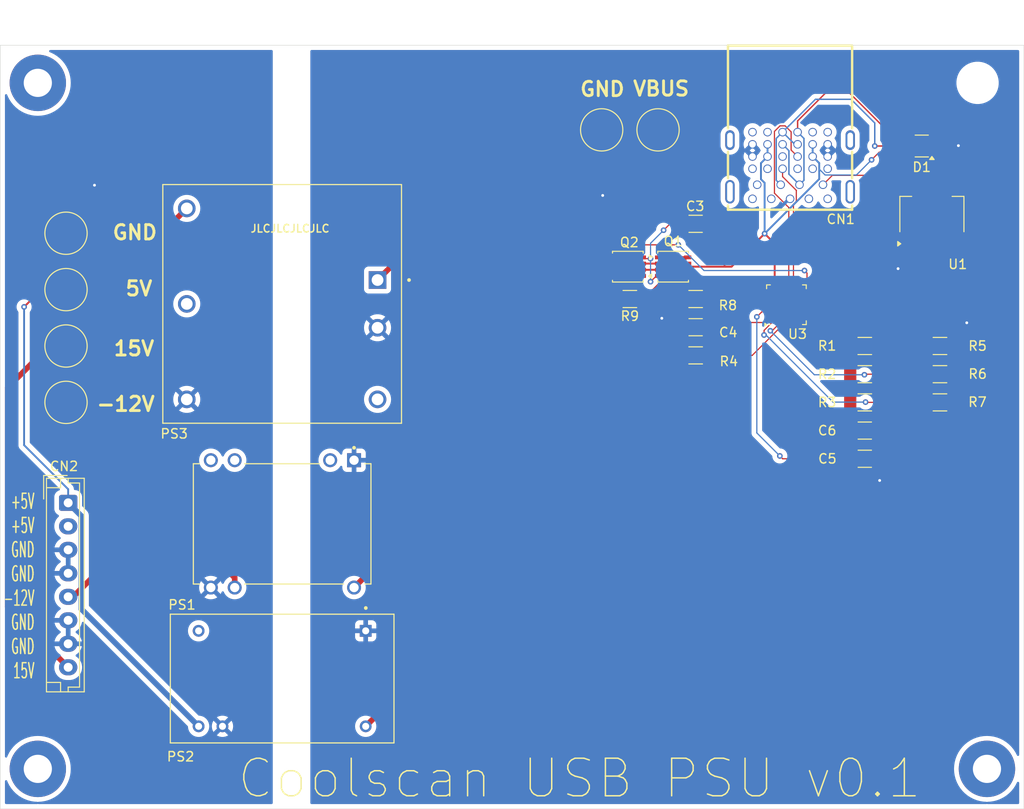
<source format=kicad_pcb>
(kicad_pcb (version 20240108) (generator "pcbnew") (generator_version "8.0")
  (layers (0 "F.Cu" signal "Front") (1 "In1.Cu" signal) (2 "In2.Cu" signal) (31 "B.Cu" signal "Back") (34 "B.Paste" user) (35 "F.Paste" user) (36 "B.SilkS" user "B.Silkscreen") (37 "F.SilkS" user "F.Silkscreen") (38 "B.Mask" user) (39 "F.Mask" user) (44 "Edge.Cuts" user))
  (net 0 "")
  (net 1 "GND")
  (net 2 "+5V")
  (net 3 "+15V")
  (net 4 "-12V")
  (net 5 "GND1")
  (net 6 "/USB PD Controller/VBUS_FET_EN")
  (net 7 "/USB Socket/USB-")
  (net 8 "/USB PD Controller/VBUS")
  (net 9 "/USB Socket/USB+")
  (net 10 "Net-(U3-VCCD)")
  (net 14 "+USBVOLTAGE")
  (net 17 "/USB PD Controller/VDDD")
  (net 18 "/USB PD Controller/ISNK_COARSE")
  (net 19 "/USB PD Controller/VBUS_MAX")
  (net 20 "/USB PD Controller/VBUS_MIN")
  (net 24 "Net-(Q1-S-Pad1)")
  (net 25 "Net-(U3-VBUS_FET_EN)")
  (net 26 "/USB Socket/USB_A_VBUS")
  (net 28 "/USB PD Controller/CC2")
  (net 33 "/USB PD Controller/CC1")
  (footprint "Resistor_SMD:R_1206_3216Metric_Pad1.30x1.75mm_HandSolder" (layer "F.Cu") (at 107 57 180)
    (property "Reference" "R9" (at 0 -1.82 0) (layer "F.SilkS"))
    (property "Value" "47KOhms ±1% 1/8W 0805 RoHS")
    (pad "1" smd roundrect (at -1.55 0 180) (size 1.3 1.75) (layers "F.Cu" "F.Paste" "F.Mask") (roundrect_rratio 0.192308) (net 6 "/USB PD Controller/VBUS_FET_EN"))
    (pad "2" smd roundrect (at 1.55 0 180) (size 1.3 1.75) (layers "F.Cu" "F.Paste" "F.Mask") (roundrect_rratio 0.192308) (net 24 "Net-(Q1-S-Pad1)"))
  )
  (footprint "Traco:TEL15-1211N" (layer "F.Cu") (at 70 97.39 90)
    (property "Reference" "PS2" (at -8.31 -10.81 180) (layer "F.SilkS"))
    (property "Value" "TEL_15-1211N (5V)")
    (pad "1" thru_hole rect (at 5.08 8.89 90) (size 1.258 1.258) (drill 0.75) (layers "*.Cu" "*.Mask") (net 1 "GND"))
    (pad "8" thru_hole circle (at 5.08 -8.89 90) (size 1.258 1.258) (drill 0.75) (layers "*.Cu" "*.Mask"))
    (pad "9" thru_hole circle (at -5.08 -8.89 90) (size 1.258 1.258) (drill 0.75) (layers "*.Cu" "*.Mask") (net 2 "+5V"))
    (pad "10" thru_hole circle (at -5.08 -6.35 90) (size 1.258 1.258) (drill 0.75) (layers "*.Cu" "*.Mask") (net 5 "GND1"))
    (pad "16" thru_hole circle (at -5.08 8.89 90) (size 1.258 1.258) (drill 0.75) (layers "*.Cu" "*.Mask") (net 14 "+USBVOLTAGE"))
  )
  (footprint "Resistor_SMD:R_1206_3216Metric_Pad1.30x1.75mm_HandSolder" (layer "F.Cu") (at 132 65)
    (property "Reference" "R2" (at -4.01 0 0) (layer "F.SilkS"))
    (property "Value" "5.1k 1206")
    (pad "1" smd roundrect (at -1.55 0) (size 1.3 1.75) (layers "F.Cu" "F.Paste" "F.Mask") (roundrect_rratio 0.192308) (net 17 "/USB PD Controller/VDDD"))
    (pad "2" smd roundrect (at 1.55 0) (size 1.3 1.75) (layers "F.Cu" "F.Paste" "F.Mask") (roundrect_rratio 0.192308) (net 19 "/USB PD Controller/VBUS_MAX"))
  )
  (footprint "TestPoint:TestPoint_Pad_D4.0mm" (layer "F.Cu") (at 110 39)
    (property "Reference" "TP5" (hide yes))
    (property "Value" "TestPoint")
    (pad "1" smd circle (at 0 0) (size 4 4) (layers "F.Cu" "F.Mask") (net 8 "/USB PD Controller/VBUS"))
  )
  (footprint "Resistor_SMD:R_1206_3216Metric_Pad1.30x1.75mm_HandSolder" (layer "F.Cu") (at 114 57)
    (property "Reference" "R8" (at 3.43 0.68 0) (layer "F.SilkS"))
    (property "Value" "10KOhms 1206")
    (pad "1" smd roundrect (at -1.55 0) (size 1.3 1.75) (layers "F.Cu" "F.Paste" "F.Mask") (roundrect_rratio 0.192308) (net 8 "/USB PD Controller/VBUS"))
    (pad "2" smd roundrect (at 1.55 0) (size 1.3 1.75) (layers "F.Cu" "F.Paste" "F.Mask") (roundrect_rratio 0.192308) (net 6 "/USB PD Controller/VBUS_FET_EN"))
  )
  (footprint "Capacitor_SMD:C_1206_3216Metric_Pad1.33x1.80mm_HandSolder" (layer "F.Cu") (at 132 71 180)
    (property "Reference" "C5" (at 3.98 -3 0) (layer "F.SilkS"))
    (property "Value" "1uF 50V 1206 RoHS")
    (pad "1" smd roundrect (at -1.5625 0 180) (size 1.325 1.8) (layers "F.Cu" "F.Paste" "F.Mask") (roundrect_rratio 0.188679) (net 1 "GND"))
    (pad "2" smd roundrect (at 1.5625 0 180) (size 1.325 1.8) (layers "F.Cu" "F.Paste" "F.Mask") (roundrect_rratio 0.188679) (net 17 "/USB PD Controller/VDDD"))
  )
  (footprint "Package_TO_SOT_SMD:SOT-223-3_TabPin2" (layer "F.Cu") (at 139.14 47.99 90)
    (property "Reference" "U1" (at -5.31 2.75 180) (layer "F.SilkS"))
    (property "Value" "NCP1117-5.0_SOT223")
    (pad "1" smd roundrect (at -3.15 -2.3 90) (size 2 1.5) (layers "F.Cu" "F.Paste" "F.Mask") (net 1 "GND"))
    (pad "2" smd roundrect (at -3.15 0 90) (size 2 1.5) (layers "F.Cu" "F.Paste" "F.Mask") (net 26 "/USB Socket/USB_A_VBUS"))
    (pad "2" smd roundrect (at 3.15 0 90) (size 2 3.8) (layers "F.Cu" "F.Paste" "F.Mask") (net 26 "/USB Socket/USB_A_VBUS"))
    (pad "3" smd roundrect (at -3.15 2.3 90) (size 2 1.5) (layers "F.Cu" "F.Paste" "F.Mask") (net 8 "/USB PD Controller/VBUS"))
  )
  (footprint "Traco:THL25-1213" (layer "F.Cu") (at 70 57.52 90)
    (property "Reference" "PS3" (at -13.82 -11.49 180) (layer "F.SilkS"))
    (property "Value" "THL_25-1213 (15V)")
    (pad "1" thru_hole rect (at 2.54 10.15 90) (size 1.875 1.875) (drill 1.25) (layers "*.Cu" "*.Mask") (net 14 "+USBVOLTAGE"))
    (pad "2" thru_hole circle (at -2.54 10.15 90) (size 1.875 1.875) (drill 1.25) (layers "*.Cu" "*.Mask") (net 1 "GND"))
    (pad "3" thru_hole circle (at 10.16 -10.15 90) (size 1.875 1.875) (drill 1.25) (layers "*.Cu" "*.Mask") (net 3 "+15V"))
    (pad "4" thru_hole circle (at 0 -10.15 90) (size 1.875 1.875) (drill 1.25) (layers "*.Cu" "*.Mask"))
    (pad "5" thru_hole circle (at -10.16 -10.15 90) (size 1.875 1.875) (drill 1.25) (layers "*.Cu" "*.Mask") (net 5 "GND1"))
    (pad "6" thru_hole circle (at -10.16 10.15 90) (size 1.875 1.875) (drill 1.25) (layers "*.Cu" "*.Mask"))
  )
  (footprint "Package_SO:Vishay_PowerPAK_1212-8_Single" (layer "F.Cu") (at 111.6025 53.56)
    (property "Reference" "Q1" (at 0 -2.7 0) (layer "F.SilkS"))
    (property "Value" "DMP3013SFV-7")
    (pad "1" smd rect (at -1.435 -0.99) (size 0.99 0.405) (layers "F.Cu" "F.Paste" "F.Mask") (net 24 "Net-(Q1-S-Pad1)"))
    (pad "2" smd rect (at -1.435 -0.33) (size 0.99 0.405) (layers "F.Cu" "F.Paste" "F.Mask") (net 24 "Net-(Q1-S-Pad1)"))
    (pad "3" smd rect (at -1.435 0.33) (size 0.99 0.405) (layers "F.Cu" "F.Paste" "F.Mask") (net 24 "Net-(Q1-S-Pad1)"))
    (pad "4" smd rect (at -1.435 0.99) (size 0.99 0.405) (layers "F.Cu" "F.Paste" "F.Mask") (net 6 "/USB PD Controller/VBUS_FET_EN"))
    (pad "5" smd custom (at 0.5575 0) (size 1.725 2.235) (layers "F.Cu" "F.Paste" "F.Mask") (net 8 "/USB PD Controller/VBUS") (options (clearance outline) (anchor rect)) (primitives (gr_poly (pts (xy 1.3725 -0.7875) (xy 0.8625 -0.7875) (xy 0.8625 -0.5325) (xy 1.3725 -0.5325) (xy 1.3725 -0.1275) (xy 0.8625 -0.1275) (xy 0.8625 0.1275) (xy 1.3725 0.1275) (xy 1.3725 0.5325) (xy 0.8625 0.5325) (xy 0.8625 0.7875) (xy 1.3725 0.7875) (xy 1.3725 1.195) (xy 0.6125 1.195) (xy 0.6125 -1.195) (xy 1.3725 -1.195)) (width 0) (fill yes))))
  )
  (footprint "Resistor_SMD:R_1206_3216Metric_Pad1.30x1.75mm_HandSolder" (layer "F.Cu") (at 140 65)
    (property "Reference" "R6" (at 4.01 -0.02 0) (layer "F.SilkS"))
    (property "Value" "5.1k 1206")
    (pad "1" smd roundrect (at -1.55 0) (size 1.3 1.75) (layers "F.Cu" "F.Paste" "F.Mask") (roundrect_rratio 0.192308) (net 19 "/USB PD Controller/VBUS_MAX"))
    (pad "2" smd roundrect (at 1.55 0) (size 1.3 1.75) (layers "F.Cu" "F.Paste" "F.Mask") (roundrect_rratio 0.192308) (net 1 "GND"))
  )
  (footprint "MountingHole:MountingHole_3mm_Pad" (layer "F.Cu") (at 44 107)
    (property "Reference" "H2" (hide yes))
    (property "Value" "MountingHole" (hide yes))
    (pad "1" thru_hole circle (at 0 0) (size 6 6) (drill 3) (layers "*.Cu" "*.Mask"))
  )
  (footprint "Traco:TDR2-1211" (layer "F.Cu") (at 70 80.93 -90)
    (property "Reference" "PS1" (at 8.61 10.66 180) (layer "F.SilkS"))
    (property "Value" "TDR_2-1212 (12V)")
    (pad "1" thru_hole rect (at -6.775 -7.65 270) (size 1.49 1.49) (drill 0.99) (layers "*.Cu" "*.Mask") (net 1 "GND"))
    (pad "2" thru_hole circle (at -6.775 -5.11 270) (size 1.49 1.49) (drill 0.99) (layers "*.Cu" "*.Mask"))
    (pad "6" thru_hole circle (at -6.775 5.05 270) (size 1.49 1.49) (drill 0.99) (layers "*.Cu" "*.Mask"))
    (pad "7" thru_hole circle (at -6.775 7.59 270) (size 1.49 1.49) (drill 0.99) (layers "*.Cu" "*.Mask"))
    (pad "8" thru_hole circle (at 6.775 7.59 270) (size 1.49 1.49) (drill 0.99) (layers "*.Cu" "*.Mask") (net 5 "GND1"))
    (pad "9" thru_hole circle (at 6.775 5.05 270) (size 1.49 1.49) (drill 0.99) (layers "*.Cu" "*.Mask") (net 4 "-12V"))
    (pad "14" thru_hole circle (at 6.775 -7.65 270) (size 1.49 1.49) (drill 0.99) (layers "*.Cu" "*.Mask") (net 14 "+USBVOLTAGE"))
  )
  (footprint "MountingHole:MountingHole_3mm_Pad" (layer "F.Cu") (at 44 34)
    (property "Reference" "H1" (hide yes))
    (property "Value" "MountingHole" (hide yes))
    (pad "1" thru_hole circle (at 0 0) (size 6 6) (drill 3) (layers "*.Cu" "*.Mask"))
  )
  (footprint "Package_TO_SOT_SMD:SOT-363_SC-70-6_Handsoldering" (layer "F.Cu") (at 138.06 40.72 180)
    (property "Reference" "D1" (at 0 -2.25 0) (layer "F.SilkS"))
    (property "Value" "SMF05CT1G")
    (pad "1" smd roundrect (at -1.33 -0.65 180) (size 1.5 0.4) (layers "F.Cu" "F.Paste" "F.Mask"))
    (pad "2" smd roundrect (at -1.33 0 180) (size 1.5 0.4) (layers "F.Cu" "F.Paste" "F.Mask") (net 1 "GND"))
    (pad "3" smd roundrect (at -1.33 0.65 180) (size 1.5 0.4) (layers "F.Cu" "F.Paste" "F.Mask"))
    (pad "4" smd roundrect (at 1.33 0.65 180) (size 1.5 0.4) (layers "F.Cu" "F.Paste" "F.Mask") (net 7 "/USB Socket/USB-"))
    (pad "5" smd roundrect (at 1.33 0 180) (size 1.5 0.4) (layers "F.Cu" "F.Paste" "F.Mask") (net 9 "/USB Socket/USB+"))
    (pad "6" smd roundrect (at 1.33 -0.65 180) (size 1.5 0.4) (layers "F.Cu" "F.Paste" "F.Mask") (net 8 "/USB PD Controller/VBUS"))
  )
  (footprint "Capacitor_SMD:C_1206_3216Metric_Pad1.33x1.80mm_HandSolder" (layer "F.Cu") (at 114 60)
    (property "Reference" "C4" (at 3.47 0.56 0) (layer "F.SilkS"))
    (property "Value" "1uF 50V 1206 RoHS")
    (pad "1" smd roundrect (at -1.5625 0) (size 1.325 1.8) (layers "F.Cu" "F.Paste" "F.Mask") (roundrect_rratio 0.188679) (net 1 "GND"))
    (pad "2" smd roundrect (at 1.5625 0) (size 1.325 1.8) (layers "F.Cu" "F.Paste" "F.Mask") (roundrect_rratio 0.188679) (net 10 "Net-(U3-VCCD)"))
  )
  (footprint "MountingHole:MountingHole_3mm_Pad" (layer "F.Cu") (at 145 107)
    (property "Reference" "H3" (hide yes))
    (property "Value" "MountingHole" (hide yes))
    (pad "1" thru_hole circle (at 0 0) (size 6 6) (drill 3) (layers "*.Cu" "*.Mask"))
  )
  (footprint "Resistor_SMD:R_1206_3216Metric_Pad1.30x1.75mm_HandSolder" (layer "F.Cu") (at 140 62)
    (property "Reference" "R5" (at 4 0 0) (layer "F.SilkS"))
    (property "Value" "10k 1206")
    (pad "1" smd roundrect (at -1.55 0) (size 1.3 1.75) (layers "F.Cu" "F.Paste" "F.Mask") (roundrect_rratio 0.192308) (net 18 "/USB PD Controller/ISNK_COARSE"))
    (pad "2" smd roundrect (at 1.55 0) (size 1.3 1.75) (layers "F.Cu" "F.Paste" "F.Mask") (roundrect_rratio 0.192308) (net 1 "GND"))
  )
  (footprint "Capacitor_SMD:C_1206_3216Metric_Pad1.33x1.80mm_HandSolder" (layer "F.Cu") (at 114 49 180)
    (property "Reference" "C3" (at 0.05 1.87 0) (layer "F.SilkS"))
    (property "Value" "1uF 50V 1206 RoHS")
    (pad "1" smd roundrect (at -1.5625 0 180) (size 1.325 1.8) (layers "F.Cu" "F.Paste" "F.Mask") (roundrect_rratio 0.188679) (net 8 "/USB PD Controller/VBUS"))
    (pad "2" smd roundrect (at 1.5625 0 180) (size 1.325 1.8) (layers "F.Cu" "F.Paste" "F.Mask") (roundrect_rratio 0.188679) (net 6 "/USB PD Controller/VBUS_FET_EN"))
  )
  (footprint "MountingHole:MountingHole_4mm" (layer "F.Cu") (at 144 34)
    (property "Reference" "H4" (hide yes))
    (property "Value" "MountingHole" (hide yes))
    (pad "" np_thru_hole circle (at 0 0) (size 4 4) (drill 4) (layers "*.Cu" "*.Mask"))
  )
  (footprint "TestPoint:TestPoint_Pad_D4.0mm" (layer "F.Cu") (at 104 39)
    (property "Reference" "TP6" (hide yes))
    (property "Value" "TestPoint")
    (pad "1" smd circle (at 0 0) (size 4 4) (layers "F.Cu" "F.Mask") (net 1 "GND"))
  )
  (footprint "Resistor_SMD:R_1206_3216Metric_Pad1.30x1.75mm_HandSolder" (layer "F.Cu") (at 140 68)
    (property "Reference" "R7" (at 3.99 -0.03 0) (layer "F.SilkS"))
    (property "Value" "2.4k 1206")
    (pad "1" smd roundrect (at -1.55 0) (size 1.3 1.75) (layers "F.Cu" "F.Paste" "F.Mask") (roundrect_rratio 0.192308) (net 20 "/USB PD Controller/VBUS_MIN"))
    (pad "2" smd roundrect (at 1.55 0) (size 1.3 1.75) (layers "F.Cu" "F.Paste" "F.Mask") (roundrect_rratio 0.192308) (net 1 "GND"))
  )
  (footprint "Connector_JST:JST_EH_B8B-EH-A_1x08_P2.50mm_Vertical" (layer "F.Cu") (at 47.23 78.69 -90)
    (property "Reference" "CN2" (at -3.89 0.44 180) (layer "F.SilkS"))
    (property "Value" "Power Out")
    (pad "1" thru_hole roundrect (at 0 0 270) (size 1.7 1.95) (drill 0.95) (layers "*.Cu" "*.Mask") (roundrect_rratio 0.147059) (net 2 "+5V"))
    (pad "2" thru_hole oval (at 2.5 0 270) (size 1.7 1.95) (drill 0.95) (layers "*.Cu" "*.Mask") (net 2 "+5V"))
    (pad "3" thru_hole oval (at 5 0 270) (size 1.7 1.95) (drill 0.95) (layers "*.Cu" "*.Mask") (net 5 "GND1"))
    (pad "4" thru_hole oval (at 7.5 0 270) (size 1.7 1.95) (drill 0.95) (layers "*.Cu" "*.Mask") (net 5 "GND1"))
    (pad "5" thru_hole oval (at 10 0 270) (size 1.7 1.95) (drill 0.95) (layers "*.Cu" "*.Mask") (net 4 "-12V"))
    (pad "6" thru_hole oval (at 12.5 0 270) (size 1.7 1.95) (drill 0.95) (layers "*.Cu" "*.Mask") (net 5 "GND1"))
    (pad "7" thru_hole oval (at 15 0 270) (size 1.7 1.95) (drill 0.95) (layers "*.Cu" "*.Mask") (net 5 "GND1"))
    (pad "8" thru_hole oval (at 17.5 0 270) (size 1.7 1.95) (drill 0.95) (layers "*.Cu" "*.Mask") (net 3 "+15V"))
  )
  (footprint "Resistor_SMD:R_1206_3216Metric_Pad1.30x1.75mm_HandSolder" (layer "F.Cu") (at 132 68)
    (property "Reference" "R3" (at -4.01 0 0) (layer "F.SilkS"))
    (property "Value" "5.1k 1206")
    (pad "1" smd roundrect (at -1.55 0) (size 1.3 1.75) (layers "F.Cu" "F.Paste" "F.Mask") (roundrect_rratio 0.192308) (net 17 "/USB PD Controller/VDDD"))
    (pad "2" smd roundrect (at 1.55 0) (size 1.3 1.75) (layers "F.Cu" "F.Paste" "F.Mask") (roundrect_rratio 0.192308) (net 20 "/USB PD Controller/VBUS_MIN"))
  )
  (footprint "Resistor_SMD:R_1206_3216Metric_Pad1.30x1.75mm_HandSolder" (layer "F.Cu") (at 114 63)
    (property "Reference" "R4" (at 3.53 0.64 0) (layer "F.SilkS"))
    (property "Value" "1KOhms ±1% 1/4W 1206 RoHS")
    (pad "1" smd roundrect (at -1.55 0) (size 1.3 1.75) (layers "F.Cu" "F.Paste" "F.Mask") (roundrect_rratio 0.192308) (net 6 "/USB PD Controller/VBUS_FET_EN"))
    (pad "2" smd roundrect (at 1.55 0) (size 1.3 1.75) (layers "F.Cu" "F.Paste" "F.Mask") (roundrect_rratio 0.192308) (net 25 "Net-(U3-VBUS_FET_EN)"))
  )
  (footprint "USBC-Connectors:USB-C-TH_GT-USB-7106A" (layer "F.Cu") (at 124.049873 42.790038 180)
    (property "Reference" "CN1" (at -5.390127 -5.719962 0) (layer "F.SilkS"))
    (property "Value" "GT-USB-7106A")
    (pad "1" thru_hole circle (at -3.5 -2.049911 180) (size 0.9 0.9) (drill 0.700025) (layers "*.Cu" "*.Mask") (net 26 "/USB Socket/USB_A_VBUS"))
    (pad "2" thru_hole circle (at -1.000127 -2.049911 180) (size 0.9 0.9) (drill 0.700025) (layers "*.Cu" "*.Mask") (net 7 "/USB Socket/USB-"))
    (pad "3" thru_hole circle (at 0.999873 -2.049911 180) (size 0.9 0.9) (drill 0.700025) (layers "*.Cu" "*.Mask") (net 9 "/USB Socket/USB+"))
    (pad "4" thru_hole circle (at 3.5 -2.049911 180) (size 0.9 0.9) (drill 0.700025) (layers "*.Cu" "*.Mask") (net 1 "GND"))
    (pad "5" thru_hole circle (at 3.999873 -3.550038 180) (size 0.9 0.9) (drill 0.700025) (layers "*.Cu" "*.Mask"))
    (pad "6" thru_hole circle (at 1.999873 -3.550038 180) (size 0.9 0.9) (drill 0.700025) (layers "*.Cu" "*.Mask"))
    (pad "7" thru_hole circle (at -0.000127 -3.550038 180) (size 0.9 0.9) (drill 0.700025) (layers "*.Cu" "*.Mask") (net 1 "GND"))
    (pad "8" thru_hole circle (at -2.000127 -3.550038 180) (size 0.9 0.9) (drill 0.700025) (layers "*.Cu" "*.Mask"))
    (pad "9" thru_hole circle (at -4.000127 -3.550038 180) (size 0.9 0.9) (drill 0.700025) (layers "*.Cu" "*.Mask"))
    (pad "38" thru_hole oval (at 6.399924 -2.799975) (size 1 2.5) (drill oval 0.6 2.1) (layers "*.Cu" "*.Mask"))
    (pad "39" thru_hole oval (at 6.399924 2.699898) (size 1 2.1) (drill oval 0.6 1.6) (layers "*.Cu" "*.Mask"))
    (pad "40" thru_hole oval (at -6.399924 2.699898) (size 1 2.1) (drill oval 0.6 1.6) (layers "*.Cu" "*.Mask"))
    (pad "41" thru_hole oval (at -6.399924 -2.799975) (size 1 2.5) (drill oval 0.6 2.1) (layers "*.Cu" "*.Mask"))
    (pad "A1" thru_hole circle (at -4.000127 2.250064 180) (size 0.9 0.9) (drill 0.700025) (layers "*.Cu" "*.Mask") (net 1 "GND"))
    (pad "A2" thru_hole circle (at -4.000127 3.550038 180) (size 0.9 0.9) (drill 0.700025) (layers "*.Cu" "*.Mask"))
    (pad "A3" thru_hole circle (at -2.399924 3.550038 180) (size 0.9 0.9) (drill 0.700025) (layers "*.Cu" "*.Mask"))
    (pad "A4" thru_hole circle (at -2.399924 2.250064 180) (size 0.9 0.9) (drill 0.700025) (layers "*.Cu" "*.Mask") (net 8 "/USB PD Controller/VBUS"))
    (pad "A5" thru_hole circle (at -0.799975 0.950089 180) (size 0.9 0.9) (drill 0.700025) (layers "*.Cu" "*.Mask") (net 33 "/USB PD Controller/CC1"))
    (pad "A6" thru_hole circle (at -0.799975 2.250064 180) (size 0.9 0.9) (drill 0.700025) (layers "*.Cu" "*.Mask") (net 9 "/USB Socket/USB+"))
    (pad "A7" thru_hole circle (at 0.799975 2.250064 180) (size 0.9 0.9) (drill 0.700025) (layers "*.Cu" "*.Mask") (net 7 "/USB Socket/USB-"))
    (pad "A8" thru_hole circle (at 0.799975 0.950089 180) (size 0.9 0.9) (drill 0.700025) (layers "*.Cu" "*.Mask"))
    (pad "A9" thru_hole circle (at 2.399924 2.250064 180) (size 0.9 0.9) (drill 0.700025) (layers "*.Cu" "*.Mask") (net 8 "/USB PD Controller/VBUS"))
    (pad "A10" thru_hole circle (at 2.399924 3.550038 180) (size 0.9 0.9) (drill 0.700025) (layers "*.Cu" "*.Mask"))
    (pad "A11" thru_hole circle (at 3.999873 3.550038 180) (size 0.9 0.9) (drill 0.700025) (layers "*.Cu" "*.Mask"))
    (pad "A12" thru_hole circle (at 3.999873 2.250064 180) (size 0.9 0.9) (drill 0.700025) (layers "*.Cu" "*.Mask") (net 1 "GND"))
    (pad "B1" thru_hole circle (at 3.999873 0.950089 180) (size 0.9 0.9) (drill 0.700025) (layers "*.Cu" "*.Mask") (net 1 "GND"))
    (pad "B2" thru_hole circle (at 3.999873 -0.35014 180) (size 0.9 0.9) (drill 0.700025) (layers "*.Cu" "*.Mask"))
    (pad "B3" thru_hole circle (at 2.399924 -0.35014 180) (size 0.9 0.9) (drill 0.700025) (layers "*.Cu" "*.Mask"))
    (pad "B4" thru_hole circle (at 2.399924 0.950089 180) (size 0.9 0.9) (drill 0.700025) (layers "*.Cu" "*.Mask") (net 8 "/USB PD Controller/VBUS"))
    (pad "B5" thru_hole circle (at 0.799975 -0.35014 180) (size 0.9 0.9) (drill 0.700025) (layers "*.Cu" "*.Mask") (net 28 "/USB PD Controller/CC2"))
    (pad "B6" thru_hole circle (at 0.799975 3.550038 180) (size 0.9 0.9) (drill 0.700025) (layers "*.Cu" "*.Mask") (net 9 "/USB Socket/USB+"))
    (pad "B7" thru_hole circle (at -0.799975 3.550038 180) (size 0.9 0.9) (drill 0.700025) (layers "*.Cu" "*.Mask") (net 7 "/USB Socket/USB-"))
    (pad "B8" thru_hole circle (at -0.799975 -0.35014 180) (size 0.9 0.9) (drill 0.700025) (layers "*.Cu" "*.Mask"))
    (pad "B9" thru_hole circle (at -2.399924 0.950089 180) (size 0.9 0.9) (drill 0.700025) (layers "*.Cu" "*.Mask") (net 8 "/USB PD Controller/VBUS"))
    (pad "B10" thru_hole circle (at -2.399924 -0.35014 180) (size 0.9 0.9) (drill 0.700025) (layers "*.Cu" "*.Mask"))
    (pad "B11" thru_hole circle (at -4.000127 -0.35014 180) (size 0.9 0.9) (drill 0.700025) (layers "*.Cu" "*.Mask"))
    (pad "B12" thru_hole circle (at -4.000127 0.950089 180) (size 0.9 0.9) (drill 0.700025) (layers "*.Cu" "*.Mask") (net 1 "GND"))
  )
  (footprint "Package_DFN_QFN:TQFN-24-1EP_4x4mm_P0.5mm_EP2.8x2.8mm_PullBack" (layer "F.Cu") (at 123.66 57.61 90)
    (property "Reference" "U3" (at -3.12 1.18 180) (layer "F.SilkS"))
    (property "Value" "CYPD3177-24LQXQ")
    (pad "1" smd roundrect (at -1.8 -1.25 90) (size 0.4 0.4) (layers "F.Cu" "F.Paste" "F.Mask") (net 20 "/USB PD Controller/VBUS_MIN"))
    (pad "2" smd roundrect (at -1.8 -0.75 90) (size 0.4 0.4) (layers "F.Cu" "F.Paste" "F.Mask") (net 19 "/USB PD Controller/VBUS_MAX"))
    (pad "3" smd roundrect (at -1.8 -0.25 90) (size 0.4 0.4) (layers "F.Cu" "F.Paste" "F.Mask") (net 25 "Net-(U3-VBUS_FET_EN)"))
    (pad "4" smd roundrect (at -1.8 0.25 90) (size 0.4 0.4) (layers "F.Cu" "F.Paste" "F.Mask"))
    (pad "5" smd roundrect (at -1.8 0.75 90) (size 0.4 0.4) (layers "F.Cu" "F.Paste" "F.Mask") (net 18 "/USB PD Controller/ISNK_COARSE"))
    (pad "6" smd roundrect (at -1.8 1.25 90) (size 0.4 0.4) (layers "F.Cu" "F.Paste" "F.Mask") (net 1 "GND"))
    (pad "7" smd roundrect (at -1.25 1.8 90) (size 0.4 0.4) (layers "F.Cu" "F.Paste" "F.Mask"))
    (pad "8" smd roundrect (at -0.75 1.8 90) (size 0.4 0.4) (layers "F.Cu" "F.Paste" "F.Mask"))
    (pad "9" smd roundrect (at -0.25 1.8 90) (size 0.4 0.4) (layers "F.Cu" "F.Paste" "F.Mask"))
    (pad "10" smd roundrect (at 0.25 1.8 90) (size 0.4 0.4) (layers "F.Cu" "F.Paste" "F.Mask"))
    (pad "11" smd roundrect (at 0.75 1.8 90) (size 0.4 0.4) (layers "F.Cu" "F.Paste" "F.Mask") (net 14 "+USBVOLTAGE"))
    (pad "12" smd roundrect (at 1.25 1.8 90) (size 0.4 0.4) (layers "F.Cu" "F.Paste" "F.Mask"))
    (pad "13" smd roundrect (at 1.8 1.25 90) (size 0.4 0.4) (layers "F.Cu" "F.Paste" "F.Mask"))
    (pad "14" smd roundrect (at 1.8 0.75 90) (size 0.4 0.4) (layers "F.Cu" "F.Paste" "F.Mask") (net 28 "/USB PD Controller/CC2"))
    (pad "15" smd roundrect (at 1.8 0.25 90) (size 0.4 0.4) (layers "F.Cu" "F.Paste" "F.Mask") (net 33 "/USB PD Controller/CC1"))
    (pad "16" smd roundrect (at 1.8 -0.25 90) (size 0.4 0.4) (layers "F.Cu" "F.Paste" "F.Mask"))
    (pad "17" smd roundrect (at 1.8 -0.75 90) (size 0.4 0.4) (layers "F.Cu" "F.Paste" "F.Mask"))
    (pad "18" smd roundrect (at 1.8 -1.25 90) (size 0.4 0.4) (layers "F.Cu" "F.Paste" "F.Mask") (net 8 "/USB PD Controller/VBUS"))
    (pad "19" smd roundrect (at 1.25 -1.8 90) (size 0.4 0.4) (layers "F.Cu" "F.Paste" "F.Mask") (net 1 "GND"))
    (pad "20" smd roundrect (at 0.75 -1.8 90) (size 0.4 0.4) (layers "F.Cu" "F.Paste" "F.Mask"))
    (pad "21" smd roundrect (at 0.25 -1.8 90) (size 0.4 0.4) (layers "F.Cu" "F.Paste" "F.Mask"))
    (pad "22" smd roundrect (at -0.25 -1.8 90) (size 0.4 0.4) (layers "F.Cu" "F.Paste" "F.Mask") (net 1 "GND"))
    (pad "23" smd roundrect (at -0.75 -1.8 90) (size 0.4 0.4) (layers "F.Cu" "F.Paste" "F.Mask") (net 17 "/USB PD Controller/VDDD"))
    (pad "24" smd roundrect (at -1.25 -1.8 90) (size 0.4 0.4) (layers "F.Cu" "F.Paste" "F.Mask") (net 10 "Net-(U3-VCCD)"))
    (pad "25" smd rect (at 0 0 90) (size 2.8 2.8) (property pad_prop_heatsink) (layers "F.Cu" "F.Mask") (net 1 "GND"))
  )
  (footprint "TestPoint:TestPoint_Pad_D4.0mm" (layer "F.Cu") (at 47 68)
    (property "Reference" "TP4" (hide yes))
    (property "Value" "TestPoint")
    (pad "1" smd circle (at 0 0) (size 4 4) (layers "F.Cu" "F.Mask") (net 4 "-12V"))
  )
  (footprint "TestPoint:TestPoint_Pad_D4.0mm" (layer "F.Cu") (at 47 56)
    (property "Reference" "TP2" (hide yes))
    (property "Value" "TestPoint")
    (pad "1" smd circle (at 0 0) (size 4 4) (layers "F.Cu" "F.Mask") (net 2 "+5V"))
  )
  (footprint "Package_SO:Vishay_PowerPAK_1212-8_Single" (layer "F.Cu") (at 106.7875 53.56 180)
    (property "Reference" "Q2" (at -0.1525 2.58 0) (layer "F.SilkS"))
    (property "Value" "DMP3013SFV-7")
    (pad "1" smd rect (at -1.435 -0.99 180) (size 0.99 0.405) (layers "F.Cu" "F.Paste" "F.Mask") (net 24 "Net-(Q1-S-Pad1)"))
    (pad "2" smd rect (at -1.435 -0.33 180) (size 0.99 0.405) (layers "F.Cu" "F.Paste" "F.Mask") (net 24 "Net-(Q1-S-Pad1)"))
    (pad "3" smd rect (at -1.435 0.33 180) (size 0.99 0.405) (layers "F.Cu" "F.Paste" "F.Mask") (net 24 "Net-(Q1-S-Pad1)"))
    (pad "4" smd rect (at -1.435 0.99 180) (size 0.99 0.405) (layers "F.Cu" "F.Paste" "F.Mask") (net 6 "/USB PD Controller/VBUS_FET_EN"))
    (pad "5" smd custom (at 0.5575 0 180) (size 1.725 2.235) (layers "F.Cu" "F.Paste" "F.Mask") (net 14 "+USBVOLTAGE") (options (clearance outline) (anchor rect)) (primitives (gr_poly (pts (xy 1.3725 -0.7875) (xy 0.8625 -0.7875) (xy 0.8625 -0.5325) (xy 1.3725 -0.5325) (xy 1.3725 -0.1275) (xy 0.8625 -0.1275) (xy 0.8625 0.1275) (xy 1.3725 0.1275) (xy 1.3725 0.5325) (xy 0.8625 0.5325) (xy 0.8625 0.7875) (xy 1.3725 0.7875) (xy 1.3725 1.195) (xy 0.6125 1.195) (xy 0.6125 -1.195) (xy 1.3725 -1.195)) (width 0) (fill yes))))
  )
  (footprint "TestPoint:TestPoint_Pad_D4.0mm" (layer "F.Cu") (at 47 62)
    (property "Reference" "TP3" (hide yes))
    (property "Value" "TestPoint")
    (pad "1" smd circle (at 0 0) (size 4 4) (layers "F.Cu" "F.Mask") (net 3 "+15V"))
  )
  (footprint "Resistor_SMD:R_1206_3216Metric_Pad1.30x1.75mm_HandSolder" (layer "F.Cu") (at 132 62)
    (property "Reference" "R1" (at -4.01 -0.02 0) (layer "F.SilkS"))
    (property "Value" "5.1k 1206")
    (pad "1" smd roundrect (at -1.55 0) (size 1.3 1.75) (layers "F.Cu" "F.Paste" "F.Mask") (roundrect_rratio 0.192308) (net 17 "/USB PD Controller/VDDD"))
    (pad "2" smd roundrect (at 1.55 0) (size 1.3 1.75) (layers "F.Cu" "F.Paste" "F.Mask") (roundrect_rratio 0.192308) (net 18 "/USB PD Controller/ISNK_COARSE"))
  )
  (footprint "Capacitor_SMD:C_1206_3216Metric_Pad1.33x1.80mm_HandSolder" (layer "F.Cu") (at 132 74)
    (property "Reference" "C6" (at -4 -3 0) (layer "F.SilkS"))
    (property "Value" "100nF 50V 1206 RoHS")
    (pad "1" smd roundrect (at -1.5625 0) (size 1.325 1.8) (layers "F.Cu" "F.Paste" "F.Mask") (roundrect_rratio 0.188679) (net 17 "/USB PD Controller/VDDD"))
    (pad "2" smd roundrect (at 1.5625 0) (size 1.325 1.8) (layers "F.Cu" "F.Paste" "F.Mask") (roundrect_rratio 0.188679) (net 1 "GND"))
  )
  (footprint "TestPoint:TestPoint_Pad_D4.0mm" (layer "F.Cu") (at 47 50)
    (property "Reference" "TP1" (hide yes))
    (property "Value" "TestPoint")
    (pad "1" smd circle (at 0 0) (size 4 4) (layers "F.Cu" "F.Mask") (net 5 "GND1"))
  )
  (gr_rect (start 40 30) (end 148.93 111.25) (stroke (width 0.05)) (fill none) (layer "Edge.Cuts"))
  (gr_text "JLCJLCJLCJLC" (at 66.56 49.98 0) (layer "F.SilkS") (effects (font (size 0.8128 0.8128) (thickness 0.1524) (bold yes)) (justify left bottom)))
  (gr_text "15V" (at 51.93 63.16 0) (layer "F.SilkS") (effects (font (size 1.524 1.524) (thickness 0.3048) (bold yes)) (justify left bottom)))
  (gr_text "VBUS" (at 107.19 35.51 0) (layer "F.SilkS") (effects (font (size 1.524 1.524) (thickness 0.3048) (bold yes)) (justify left bottom)))
  (gr_text "GND" (at 101.55 35.56 0) (layer "F.SilkS") (effects (font (size 1.524 1.524) (thickness 0.3048) (bold yes)) (justify left bottom)))
  (gr_text "-12V" (at 50.1 69.07 0) (layer "F.SilkS") (effects (font (size 1.524 1.524) (thickness 0.3048) (bold yes)) (justify left bottom)))
  (gr_text "Coolscan USB PSU v0.1" (at 65.06 110.36 0) (layer "F.SilkS") (effects (font (size 4 4) (thickness 0.1524) (bold yes)) (justify left bottom)))
  (gr_text "5V" (at 53.18 56.78 0) (layer "F.SilkS") (effects (font (size 1.524 1.524) (thickness 0.3048) (bold yes)) (justify left bottom)))
  (gr_text "GND" (at 51.8 50.81 0) (layer "F.SilkS") (effects (font (size 1.524 1.524) (thickness 0.3048) (bold yes)) (justify left bottom)))
  (gr_text "+5V\n+5V\nGND\nGND\n-12V\nGND\nGND\n15V" (at 43.74 97.5 0) (layer "F.SilkS") (effects (font (size 1.6 0.8128) (thickness 0.1524) (bold yes)) (justify right bottom)))
  (segment (start 133.5625 71) (end 133.5625 74) (width 0.127) (layer "F.Cu") (net 1))
  (segment (start 136.84 52.47) (end 135.54 53.77) (width 0.127) (layer "F.Cu") (net 1))
  (segment (start 133.5625 76.2925) (end 133.58 76.31) (width 0.127) (layer "F.Cu") (net 1))
  (segment (start 104.11 40.06) (end 104.11 45.98) (width 0.2) (layer "F.Cu") (net 1))
  (segment (start 141.55 60.83) (end 142.85 59.53) (width 0.127) (layer "F.Cu") (net 1))
  (segment (start 111.35 60) (end 110.4 59.05) (width 0.127) (layer "F.Cu") (net 1))
  (segment (start 136.84 51.14) (end 136.84 52.47) (width 0.127) (layer "F.Cu") (net 1))
  (segment (start 112.4375 60) (end 111.35 60) (width 0.127) (layer "F.Cu") (net 1))
  (segment (start 141.55 62) (end 141.55 60.83) (width 0.127) (layer "F.Cu") (net 1))
  (segment (start 138.55 71) (end 133.5625 71) (width 0.127) (layer "F.Cu") (net 1))
  (segment (start 141.55 62) (end 141.55 68) (width 0.127) (layer "F.Cu") (net 1))
  (segment (start 139.39 40.72) (end 141.92 40.72) (width 0.127) (layer "F.Cu") (net 1))
  (segment (start 133.5625 74) (end 133.5625 76.2925) (width 0.127) (layer "F.Cu") (net 1))
  (segment (start 141.55 68) (end 138.55 71) (width 0.127) (layer "F.Cu") (net 1))
  (segment (start 141.92 40.72) (end 141.96 40.68) (width 0.127) (layer "F.Cu") (net 1))
  (via (at 110.4 59.05) (size 0.6) (drill 0.3) (layers "F.Cu" "B.Cu") (net 1))
  (via (at 104.11 45.98) (size 0.6) (drill 0.3) (layers "F.Cu" "B.Cu") (net 1))
  (via (at 135.54 53.77) (size 0.6) (drill 0.3) (layers "F.Cu" "B.Cu") (net 1))
  (via (at 133.58 76.31) (size 0.6) (drill 0.3) (layers "F.Cu" "B.Cu") (net 1))
  (via (at 141.96 40.68) (size 0.6) (drill 0.3) (layers "F.Cu" "B.Cu") (net 1))
  (via (at 142.85 59.53) (size 0.6) (drill 0.3) (layers "F.Cu" "B.Cu") (net 1))
  (segment (start 44.38 56) (end 42.54 57.84) (width 0.2) (layer "F.Cu") (net 2))
  (segment (start 47 56) (end 44.38 56) (width 0.2) (layer "F.Cu") (net 2))
  (via (at 42.54 57.84) (size 0.6) (drill 0.3) (layers "F.Cu" "B.Cu") (net 2))
  (segment (start 48.632 89.992) (end 61.11 102.47) (width 0.6) (layer "B.Cu") (net 2))
  (segment (start 42.54 72.55) (end 47.23 77.24) (width 0.2) (layer "B.Cu") (net 2))
  (segment (start 47.23 78.69) (end 48.632 80.092) (width 0.6) (layer "B.Cu") (net 2))
  (segment (start 47.23 77.24) (end 47.23 78.69) (width 0.2) (layer "B.Cu") (net 2))
  (segment (start 48.632 80.092) (end 48.632 89.992) (width 0.6) (layer "B.Cu") (net 2))
  (segment (start 42.54 57.84) (end 42.54 72.55) (width 0.2) (layer "B.Cu") (net 2))
  (segment (start 40.8 89.76) (end 47.23 96.19) (width 0.6) (layer "F.Cu") (net 3))
  (segment (start 40.8 66.41) (end 40.8 89.76) (width 0.6) (layer "F.Cu") (net 3))
  (segment (start 59.85 47.36) (end 40.8 66.41) (width 0.6) (layer "F.Cu") (net 3))
  (segment (start 53.84 84.25) (end 52.19 84.25) (width 0.6) (layer "F.Cu") (net 4))
  (segment (start 47.75 88.69) (end 47.23 88.69) (width 0.6) (layer "F.Cu") (net 4))
  (segment (start 64.95 86.65) (end 62.55 84.25) (width 0.6) (layer "F.Cu") (net 4))
  (segment (start 53.84 74.84) (end 53.84 84.25) (width 0.15) (layer "F.Cu") (net 4))
  (segment (start 52.19 84.25) (end 47.75 88.69) (width 0.6) (layer "F.Cu") (net 4))
  (segment (start 62.55 84.25) (end 53.84 84.25) (width 0.6) (layer "F.Cu") (net 4))
  (segment (start 64.95 87.705) (end 64.95 86.65) (width 0.6) (layer "F.Cu") (net 4))
  (segment (start 47 68) (end 53.84 74.84) (width 0.15) (layer "F.Cu") (net 4))
  (segment (start 47 50) (end 50.03 46.97) (width 0.2) (layer "F.Cu") (net 5))
  (segment (start 50.03 46.97) (end 50.03 44.89) (width 0.2) (layer "F.Cu") (net 5))
  (via (at 50.03 44.89) (size 0.6) (drill 0.3) (layers "F.Cu" "B.Cu") (net 5))
  (segment (start 111.27 49) (end 112.4375 49) (width 0.127) (layer "F.Cu") (net 6))
  (segment (start 114.4845 58.0655) (end 109.6155 58.0655) (width 0.127) (layer "F.Cu") (net 6))
  (segment (start 108.59 56.84) (end 110.1675 55.2625) (width 0.127) (layer "F.Cu") (net 6))
  (segment (start 108.3555 52.703) (end 108.2225 52.57) (width 0.127) (layer "F.Cu") (net 6))
  (segment (start 110.1675 54.55) (end 109.81 54.55) (width 0.127) (layer "F.Cu") (net 6))
  (segment (start 109.6155 58.0655) (end 108.55 57) (width 0.127) (layer "F.Cu") (net 6))
  (segment (start 110.59 49.68) (end 111.27 49) (width 0.127) (layer "F.Cu") (net 6))
  (segment (start 108.55 59.1) (end 108.55 57) (width 0.127) (layer "F.Cu") (net 6))
  (segment (start 109.2 52.703) (end 108.3555 52.703) (width 0.127) (layer "F.Cu") (net 6))
  (segment (start 109.81 54.55) (end 109.2 55.16) (width 0.127) (layer "F.Cu") (net 6))
  (segment (start 112.45 63) (end 108.55 59.1) (width 0.127) (layer "F.Cu") (net 6))
  (segment (start 110.1675 55.2625) (end 110.1675 54.55) (width 0.127) (layer "F.Cu") (net 6))
  (segment (start 115.55 57) (end 114.4845 58.0655) (width 0.127) (layer "F.Cu") (net 6))
  (via (at 109.2 55.16) (size 0.6) (drill 0.3) (layers "F.Cu" "B.Cu") (net 6))
  (via (at 110.59 49.68) (size 0.6) (drill 0.3) (layers "F.Cu" "B.Cu") (net 6))
  (via (at 109.2 52.703) (size 0.6) (drill 0.3) (layers "F.Cu" "B.Cu") (net 6))
  (segment (start 109.2 52.703) (end 109.2 51.07) (width 0.127) (layer "B.Cu") (net 6))
  (segment (start 109.2 51.07) (end 110.59 49.68) (width 0.127) (layer "B.Cu") (net 6))
  (segment (start 109.2 55.16) (end 109.2 52.703) (width 0.127) (layer "B.Cu") (net 6))
  (segment (start 136.73 40.07) (end 135.37 40.07) (width 0.1524) (layer "F.Cu") (net 7))
  (segment (start 124.849848 38.050152) (end 124.849848 39.24) (width 0.1524) (layer "F.Cu") (net 7))
  (segment (start 130.4 35.1) (end 127.8 35.1) (width 0.1524) (layer "F.Cu") (net 7))
  (segment (start 135.37 40.07) (end 130.4 35.1) (width 0.1524) (layer "F.Cu") (net 7))
  (segment (start 127.8 35.1) (end 124.849848 38.050152) (width 0.1524) (layer "F.Cu") (net 7))
  (segment (start 123.926111 41.216187) (end 123.926111 43.71606) (width 0.1524) (layer "B.Cu") (net 7))
  (segment (start 123.926111 43.71606) (end 125.05 44.839949) (width 0.1524) (layer "B.Cu") (net 7))
  (segment (start 125.526061 44.363888) (end 125.05 44.839949) (width 0.1524) (layer "B.Cu") (net 7))
  (segment (start 124.849848 39.24) (end 125.526061 39.916213) (width 0.1524) (layer "B.Cu") (net 7))
  (segment (start 125.526061 39.916213) (end 125.526061 44.363888) (width 0.1524) (layer "B.Cu") (net 7))
  (segment (start 123.249898 40.539974) (end 123.926111 41.216187) (width 0.1524) (layer "B.Cu") (net 7))
  (segment (start 117.2 53.56) (end 112.16 53.56) (width 0.2) (layer "F.Cu") (net 8))
  (segment (start 115.5625 44.7925) (end 110.76 39.99) (width 0.127) (layer "F.Cu") (net 8))
  (segment (start 115.5625 51.9225) (end 117.2 53.56) (width 0.127) (layer "F.Cu") (net 8))
  (segment (start 111.94 53.78) (end 112.16 53.56) (width 0.127) (layer "F.Cu") (net 8))
  (segment (start 136.73 41.37) (end 133.54 41.37) (width 0.127) (layer "F.Cu") (net 8))
  (segment (start 121.340022 50.040022) (end 117.820044 53.56) (width 0.2) (layer "F.Cu") (net 8))
  (segment (start 115.5625 49) (end 115.5625 44.7925) (width 0.127) (layer "F.Cu") (net 8))
  (segment (start 122.41 51.11) (end 121.340022 50.040022) (width 0.2) (layer "F.Cu") (net 8))
  (segment (start 138.47 43.11) (end 136.73 41.37) (width 0.127) (layer "F.Cu") (net 8))
  (segment (start 115.5625 49) (end 115.5625 51.9225) (width 0.127) (layer "F.Cu") (net 8))
  (segment (start 141.44 51.14) (end 141.44 43.19) (width 0.127) (layer "F.Cu") (net 8))
  (segment (start 141.44 43.19) (end 141.52 43.11) (width 0.127) (layer "F.Cu") (net 8))
  (segment (start 141.52 43.11) (end 138.47 43.11) (width 0.127) (layer "F.Cu") (net 8))
  (segment (start 133.54 41.37) (end 132.72 42.19) (width 0.127) (layer "F.Cu") (net 8))
  (segment (start 122.41 55.81) (end 122.41 51.11) (width 0.2) (layer "F.Cu") (net 8))
  (segment (start 111.94 56.79) (end 111.94 53.78) (width 0.127) (layer "F.Cu") (net 8))
  (segment (start 117.820044 53.56) (end 117.2 53.56) (width 0.2) (layer "F.Cu") (net 8))
  (via (at 132.72 42.19) (size 0.6) (drill 0.3) (layers "F.Cu" "B.Cu") (net 8))
  (via (at 121.340022 50.040022) (size 0.6) (drill 0.3) (layers "F.Cu" "B.Cu") (net 8))
  (segment (start 126.449797 40.539974) (end 126.449797 41.839949) (width 0.2) (layer "B.Cu") (net 8))
  (segment (start 121.649949 41.839949) (end 120.949936 42.539962) (width 0.2) (layer "B.Cu") (net 8))
  (segment (start 120.949936 42.539962) (end 120.949936 44.250044) (width 0.2) (layer "B.Cu") (net 8))
  (segment (start 121.340022 50.040022) (end 127.14981 44.230234) (width 0.2) (layer "B.Cu") (net 8))
  (segment (start 127.775164 43.803691) (end 127.17 43.198527) (width 0.127) (layer "B.Cu") (net 8))
  (segment (start 126.449797 41.839949) (end 127.079924 42.470076) (width 0.2) (layer "B.Cu") (net 8))
  (segment (start 127.17 42.560152) (end 127.079924 42.470076) (width 0.127) (layer "B.Cu") (net 8))
  (segment (start 131.106309 43.803691) (end 127.775164 43.803691) (width 0.127) (layer "B.Cu") (net 8))
  (segment (start 127.17 43.198527) (end 127.17 42.560152) (width 0.127) (layer "B.Cu") (net 8))
  (segment (start 127.14981 42.539962) (end 127.14981 44.230234) (width 0.2) (layer "B.Cu") (net 8))
  (segment (start 132.72 42.19) (end 131.106309 43.803691) (width 0.127) (layer "B.Cu") (net 8))
  (segment (start 127.079924 42.470076) (end 127.14981 42.539962) (width 0.2) (layer "B.Cu") (net 8))
  (segment (start 121.649949 40.539974) (end 121.649949 41.839949) (width 0.2) (layer "B.Cu") (net 8))
  (segment (start 121.340022 44.64013) (end 121.340022 50.040022) (width 0.2) (layer "B.Cu") (net 8))
  (segment (start 120.949936 44.250044) (end 121.340022 44.64013) (width 0.2) (layer "B.Cu") (net 8))
  (segment (start 133.06 40.72) (end 136.73 40.72) (width 0.1524) (layer "F.Cu") (net 9))
  (via (at 133.06 40.72) (size 0.6) (drill 0.3) (layers "F.Cu" "B.Cu") (net 9))
  (segment (start 126.75 35.75) (end 130.54 35.75) (width 0.1524) (layer "B.Cu") (net 9))
  (segment (start 122.573685 39.916213) (end 123.249898 39.24) (width 0.1524) (layer "B.Cu") (net 9))
  (segment (start 123.936213 38.563787) (end 126.75 35.75) (width 0.1524) (layer "B.Cu") (net 9))
  (segment (start 123.926111 38.563787) (end 123.936213 38.563787) (width 0.1524) (layer "B.Cu") (net 9))
  (segment (start 133.06 38.27) (end 133.06 40.72) (width 0.1524) (layer "B.Cu") (net 9))
  (segment (start 132.88 38.09) (end 133.06 38.27) (width 0.1524) (layer "B.Cu") (net 9))
  (segment (start 123.249898 39.24) (end 123.926111 38.563787) (width 0.1524) (layer "B.Cu") (net 9))
  (segment (start 130.54 35.75) (end 132.88 38.09) (width 0.1524) (layer "B.Cu") (net 9))
  (segment (start 123.05 44.839949) (end 122.573685 44.363634) (width 0.1524) (layer "B.Cu") (net 9))
  (segment (start 124.549872 40.539974) (end 124.849848 40.539974) (width 0.1524) (layer "B.Cu") (net 9))
  (segment (start 123.249898 39.24) (end 124.549872 40.539974) (width 0.1524) (layer "B.Cu") (net 9))
  (segment (start 122.573685 44.363634) (end 122.573685 39.916213) (width 0.1524) (layer "B.Cu") (net 9))
  (segment (start 121.22 59.5) (end 121.86 58.86) (width 0.127) (layer "F.Cu") (net 10))
  (segment (start 115.0525 59.5) (end 121.22 59.5) (width 0.127) (layer "F.Cu") (net 10))
  (segment (start 85.83 53.56) (end 85.83 77) (width 0.6) (layer "F.Cu") (net 14))
  (segment (start 125.8505 54.2405) (end 125.58 53.97) (width 0.127) (layer "F.Cu") (net 14))
  (segment (start 108.555 51.235) (end 106.23 53.56) (width 0.127) (layer "F.Cu") (net 14))
  (segment (start 83.875 78.955) (end 83.875 81.48) (width 0.6) (layer "F.Cu") (net 14))
  (segment (start 106.23 53.56) (end 85.83 53.56) (width 0.6) (layer "F.Cu") (net 14))
  (segment (start 85.83 53.56) (end 81.57 53.56) (width 0.6) (layer "F.Cu") (net 14))
  (segment (start 112.155 51.235) (end 108.555 51.235) (width 0.127) (layer "F.Cu") (net 14))
  (segment (start 125.659999 56.86) (end 125.8505 56.669499) (width 0.127) (layer "F.Cu") (net 14))
  (segment (start 83.875 78.955) (end 85.83 77) (width 0.6) (layer "F.Cu") (net 14))
  (segment (start 83.875 81.48) (end 77.65 87.705) (width 0.6) (layer "F.Cu") (net 14))
  (segment (start 106.23 53.33) (end 106.23 53.56) (width 0.127) (layer "F.Cu") (net 14))
  (segment (start 83.62 97.74) (end 78.89 102.47) (width 0.6) (layer "F.Cu") (net 14))
  (segment (start 81.57 53.56) (end 80.15 54.98) (width 0.6) (layer "F.Cu") (net 14))
  (segment (start 83.875 97.485) (end 83.875 78.955) (width 0.6) (layer "F.Cu") (net 14))
  (segment (start 83.62 97.74) (end 83.875 97.485) (width 0.6) (layer "F.Cu") (net 14))
  (segment (start 125.46 56.86) (end 125.659999 56.86) (width 0.127) (layer "F.Cu") (net 14))
  (segment (start 125.8505 56.669499) (end 125.8505 54.2405) (width 0.127) (layer "F.Cu") (net 14))
  (via (at 125.58 53.97) (size 0.6) (drill 0.3) (layers "F.Cu" "B.Cu") (net 14))
  (via (at 112.155 51.235) (size 0.6) (drill 0.3) (layers "F.Cu" "B.Cu") (net 14))
  (segment (start 125.58 53.97) (end 114.89 53.97) (width 0.127) (layer "B.Cu") (net 14))
  (segment (start 114.89 53.97) (end 112.155 51.235) (width 0.127) (layer "B.Cu") (net 14))
  (segment (start 130.4375 74) (end 130.4375 62.0125) (width 0.127) (layer "F.Cu") (net 17))
  (segment (start 130.4375 62.0125) (end 130.45 62) (width 0.127) (layer "F.Cu") (net 17))
  (segment (start 123.26 74) (end 130.4375 74) (width 0.127) (layer "F.Cu") (net 17))
  (segment (start 121.05 58.36) (end 120.51 58.9) (width 0.127) (layer "F.Cu") (net 17))
  (segment (start 122.96 73.7) (end 123.26 74) (width 0.127) (layer "F.Cu") (net 17))
  (segment (start 121.86 58.36) (end 121.05 58.36) (width 0.127) (layer "F.Cu") (net 17))
  (via (at 120.51 58.9) (size 0.6) (drill 0.3) (layers "F.Cu" "B.Cu") (net 17))
  (via (at 122.96 73.7) (size 0.6) (drill 0.3) (layers "F.Cu" "B.Cu") (net 17))
  (segment (start 120.51 71.25) (end 122.96 73.7) (width 0.127) (layer "B.Cu") (net 17))
  (segment (start 120.51 58.9) (end 120.51 71.25) (width 0.127) (layer "B.Cu") (net 17))
  (segment (start 124.41 59.41) (end 124.41 59.609999) (width 0.127) (layer "F.Cu") (net 18))
  (segment (start 133.55 61.58) (end 133.55 62) (width 0.127) (layer "F.Cu") (net 18))
  (segment (start 132.3 60.33) (end 133.55 61.58) (width 0.127) (layer "F.Cu") (net 18))
  (segment (start 125.190001 60.39) (end 132.24 60.39) (width 0.127) (layer "F.Cu") (net 18))
  (segment (start 132.24 60.39) (end 132.3 60.33) (width 0.127) (layer "F.Cu") (net 18))
  (segment (start 124.41 59.609999) (end 125.190001 60.39) (width 0.127) (layer "F.Cu") (net 18))
  (segment (start 133.55 62) (end 138.45 62) (width 0.127) (layer "F.Cu") (net 18))
  (segment (start 122.141836 60.378163) (end 121.948163 60.378163) (width 0.127) (layer "F.Cu") (net 19))
  (segment (start 122.91 59.41) (end 122.91 59.609999) (width 0.127) (layer "F.Cu") (net 19))
  (segment (start 133.55 65) (end 138.45 65) (width 0.127) (layer "F.Cu") (net 19))
  (segment (start 122.91 59.609999) (end 122.141836 60.378163) (width 0.127) (layer "F.Cu") (net 19))
  (segment (start 131.96 65.06) (end 132.02 65) (width 0.127) (layer "F.Cu") (net 19))
  (segment (start 132.02 65) (end 133.55 65) (width 0.127) (layer "F.Cu") (net 19))
  (via (at 131.96 65.06) (size 0.6) (drill 0.3) (layers "F.Cu" "B.Cu") (net 19))
  (via (at 121.948163 60.378163) (size 0.6) (drill 0.3) (layers "F.Cu" "B.Cu") (net 19))
  (segment (start 121.948163 60.378163) (end 126.63 65.06) (width 0.127) (layer "B.Cu") (net 19))
  (segment (start 126.63 65.06) (end 131.96 65.06) (width 0.127) (layer "B.Cu") (net 19))
  (segment (start 121.28 60.340001) (end 121.28 60.83) (width 0.127) (layer "F.Cu") (net 20))
  (segment (start 122.210001 59.41) (end 121.28 60.340001) (width 0.127) (layer "F.Cu") (net 20))
  (segment (start 138.45 68) (end 133.55 68) (width 0.127) (layer "F.Cu") (net 20))
  (segment (start 133.55 68) (end 132.11 68) (width 0.127) (layer "F.Cu") (net 20))
  (segment (start 132.11 68) (end 132.08 67.97) (width 0.127) (layer "F.Cu") (net 20))
  (segment (start 122.41 59.41) (end 122.210001 59.41) (width 0.127) (layer "F.Cu") (net 20))
  (via (at 132.08 67.97) (size 0.6) (drill 0.3) (layers "F.Cu" "B.Cu") (net 20))
  (via (at 121.28 60.83) (size 0.6) (drill 0.3) (layers "F.Cu" "B.Cu") (net 20))
  (segment (start 132.08 67.97) (end 128.62 67.97) (width 0.127) (layer "B.Cu") (net 20))
  (segment (start 121.28 60.83) (end 121.48 60.83) (width 0.127) (layer "B.Cu") (net 20))
  (segment (start 121.48 60.83) (end 128.62 67.97) (width 0.127) (layer "B.Cu") (net 20))
  (segment (start 110.1675 52.57) (end 110.1675 53.89) (width 0.2) (layer "F.Cu") (net 24))
  (segment (start 105.9325 56.84) (end 108.2225 54.55) (width 0.127) (layer "F.Cu") (net 24))
  (segment (start 105.49 56.84) (end 105.9325 56.84) (width 0.127) (layer "F.Cu") (net 24))
  (segment (start 108.2225 53.23) (end 110.1675 53.23) (width 0.2) (layer "F.Cu") (net 24))
  (segment (start 108.2225 53.89) (end 110.1675 53.89) (width 0.2) (layer "F.Cu") (net 24))
  (segment (start 108.2225 53.23) (end 108.2225 54.55) (width 0.2) (layer "F.Cu") (net 24))
  (segment (start 115.55 63) (end 120.019999 63) (width 0.127) (layer "F.Cu") (net 25))
  (segment (start 123.41 59.609999) (end 123.41 59.41) (width 0.127) (layer "F.Cu") (net 25))
  (segment (start 120.019999 63) (end 123.41 59.609999) (width 0.127) (layer "F.Cu") (net 25))
  (segment (start 139.14 44.84) (end 138.14 43.84) (width 0.127) (layer "F.Cu") (net 26))
  (segment (start 139.14 51.14) (end 139.14 44.84) (width 0.127) (layer "F.Cu") (net 26))
  (segment (start 128.549822 43.84) (end 127.549873 44.839949) (width 0.127) (layer "F.Cu") (net 26))
  (segment (start 138.14 43.84) (end 128.549822 43.84) (width 0.127) (layer "F.Cu") (net 26))
  (segment (start 124.41 55.81) (end 124.41 46.918425) (width 0.127) (layer "F.Cu") (net 28))
  (segment (start 123.249898 43.978196) (end 123.249898 43.140178) (width 0.127) (layer "F.Cu") (net 28))
  (segment (start 124.41 46.918425) (end 124.713513 46.614912) (width 0.127) (layer "F.Cu") (net 28))
  (segment (start 124.713513 45.441811) (end 123.249898 43.978196) (width 0.127) (layer "F.Cu") (net 28))
  (segment (start 124.713513 46.614912) (end 124.713513 45.441811) (width 0.127) (layer "F.Cu") (net 28))
  (segment (start 123.524734 38.576487) (end 124.16 39.211753) (width 0.127) (layer "F.Cu") (net 33))
  (segment (start 122.975062 38.576487) (end 123.524734 38.576487) (width 0.127) (layer "F.Cu") (net 33))
  (segment (start 122.386487 45.738214) (end 122.386487 39.165062) (width 0.127) (layer "F.Cu") (net 33))
  (segment (start 124.16 39.211753) (end 124.16 41.150101) (width 0.127) (layer "F.Cu") (net 33))
  (segment (start 122.386487 39.165062) (end 122.975062 38.576487) (width 0.127) (layer "F.Cu") (net 33))
  (segment (start 124.16 41.150101) (end 124.849848 41.839949) (width 0.127) (layer "F.Cu") (net 33))
  (segment (start 123.91 47.261727) (end 122.386487 45.738214) (width 0.127) (layer "F.Cu") (net 33))
  (segment (start 123.91 55.81) (end 123.91 47.261727) (width 0.127) (layer "F.Cu") (net 33))
  (zone (net 1) (net_name "GND") (layer "B.Cu") (priority 1) (connect_pads (clearance 0.5)) (min_thickness 0.25) (fill yes (thermal_gap 0.5) (thermal_bridge_width 0.5))
    (polygon (pts (xy 73 30.02) (xy 73 111.25) (xy 148.93 111.25) (xy 148.92 30)))
  )
  (zone (net 5) (net_name "GND1") (layer "B.Cu") (connect_pads (clearance 0.5)) (min_thickness 0.25) (fill yes (thermal_gap 0.5) (thermal_bridge_width 0.5))
    (polygon (pts (xy 40.01 30.01) (xy 69 30) (xy 69 111.25) (xy 40 111.25)))
  )
)
</source>
